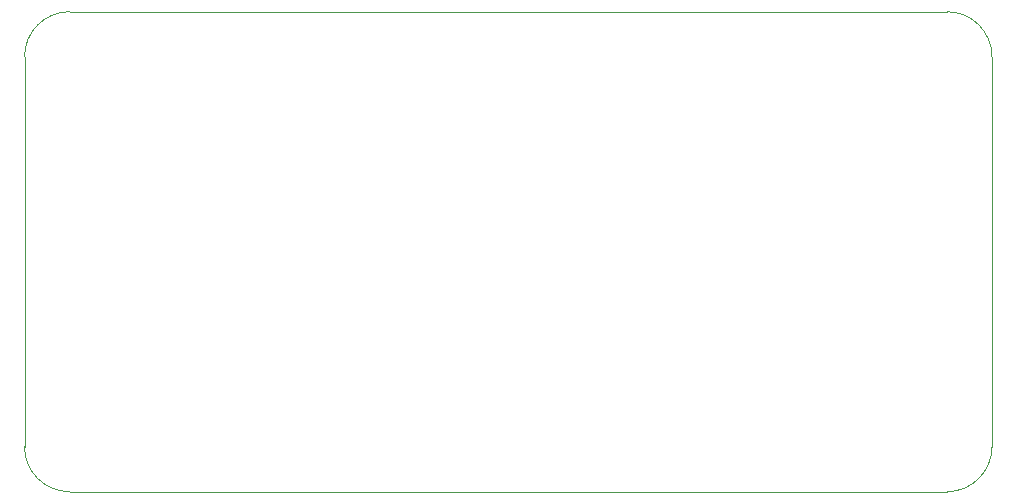
<source format=gm1>
%TF.GenerationSoftware,KiCad,Pcbnew,(5.1.8)-1*%
%TF.CreationDate,2021-01-10T23:31:28+01:00*%
%TF.ProjectId,CPC464 Splitter,43504334-3634-4205-9370-6c6974746572,rev?*%
%TF.SameCoordinates,Original*%
%TF.FileFunction,Profile,NP*%
%FSLAX46Y46*%
G04 Gerber Fmt 4.6, Leading zero omitted, Abs format (unit mm)*
G04 Created by KiCad (PCBNEW (5.1.8)-1) date 2021-01-10 23:31:28*
%MOMM*%
%LPD*%
G01*
G04 APERTURE LIST*
%TA.AperFunction,Profile*%
%ADD10C,0.050000*%
%TD*%
G04 APERTURE END LIST*
D10*
X180975000Y-108585000D02*
G75*
G02*
X177165000Y-112395000I-3810000J0D01*
G01*
X177165000Y-71755000D02*
G75*
G02*
X180975000Y-75565000I0J-3810000D01*
G01*
X99060000Y-75565000D02*
G75*
G02*
X102870000Y-71755000I3810000J0D01*
G01*
X102870000Y-112395000D02*
G75*
G02*
X99060000Y-108585000I0J3810000D01*
G01*
X177165000Y-112395000D02*
X102870000Y-112395000D01*
X180975000Y-75565000D02*
X180975000Y-108585000D01*
X102870000Y-71755000D02*
X177165000Y-71755000D01*
X99060000Y-108585000D02*
X99060000Y-75565000D01*
M02*

</source>
